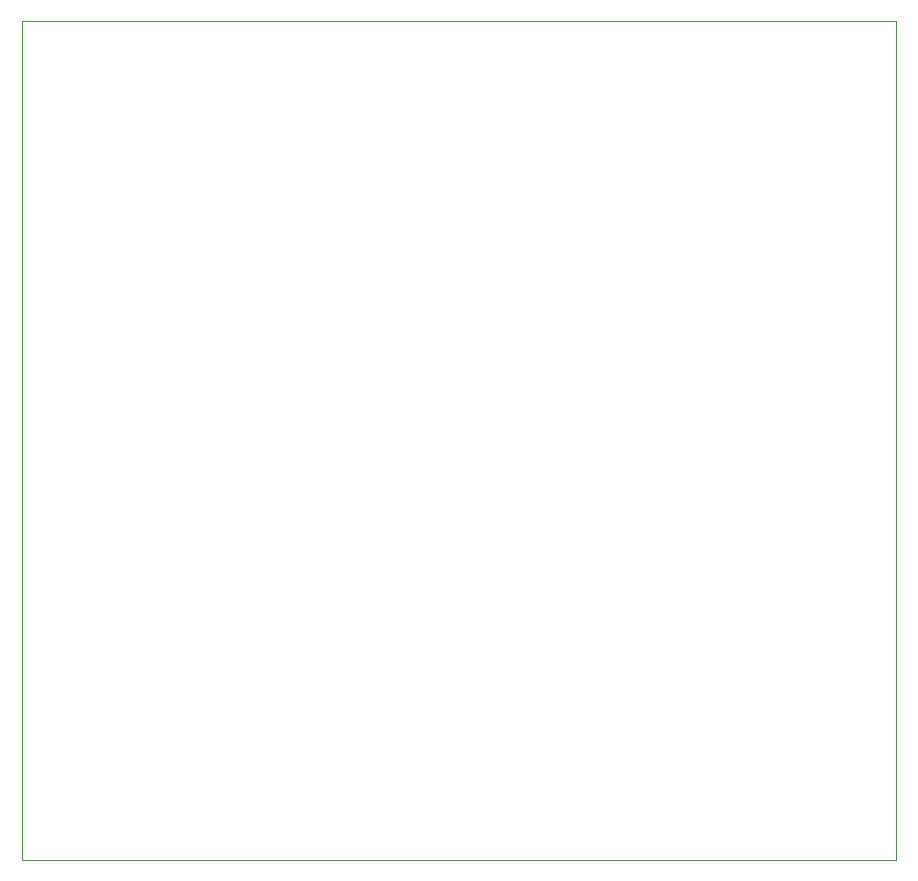
<source format=gbr>
G04 #@! TF.GenerationSoftware,KiCad,Pcbnew,(5.1.2-1)-1*
G04 #@! TF.CreationDate,2021-10-10T15:57:48-04:00*
G04 #@! TF.ProjectId,my_fav_reverb,6d795f66-6176-45f7-9265-766572622e6b,rev?*
G04 #@! TF.SameCoordinates,Original*
G04 #@! TF.FileFunction,Profile,NP*
%FSLAX46Y46*%
G04 Gerber Fmt 4.6, Leading zero omitted, Abs format (unit mm)*
G04 Created by KiCad (PCBNEW (5.1.2-1)-1) date 2021-10-10 15:57:48*
%MOMM*%
%LPD*%
G04 APERTURE LIST*
%ADD10C,0.050000*%
G04 APERTURE END LIST*
D10*
X87000000Y-89000000D02*
X13000000Y-89000000D01*
X87000000Y-18000000D02*
X87000000Y-89000000D01*
X13000000Y-18000000D02*
X87000000Y-18000000D01*
X13000000Y-89000000D02*
X13000000Y-18000000D01*
M02*

</source>
